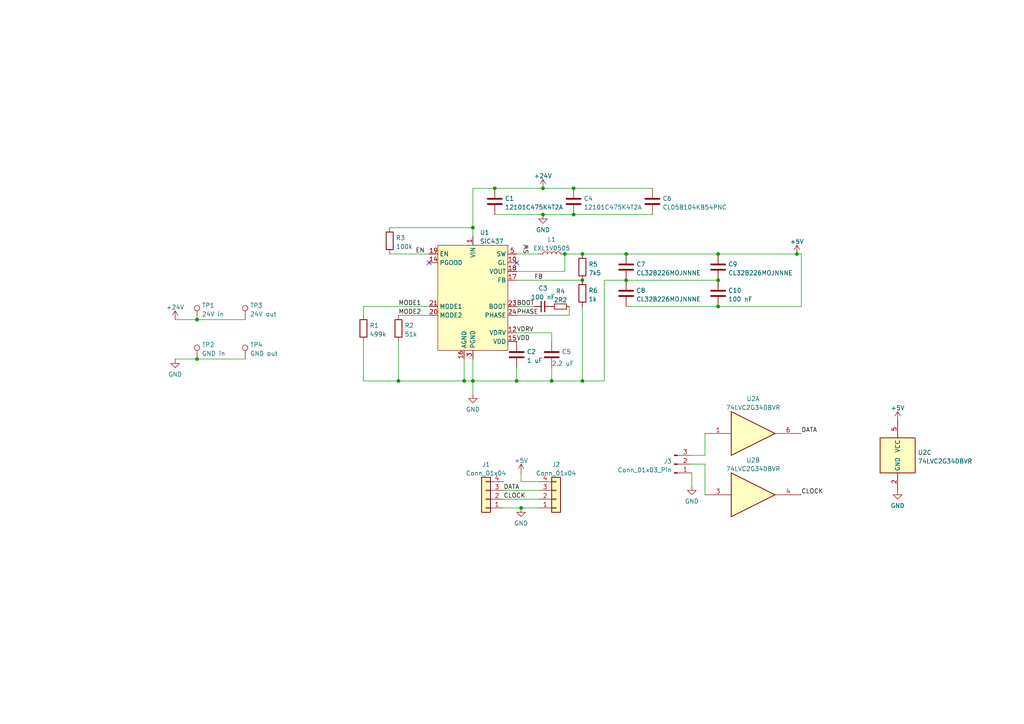
<source format=kicad_sch>
(kicad_sch (version 20211123) (generator eeschema)
  (paper "A4")
  (lib_symbols
    (symbol "74xGxx:74LVC2G34"
      (property "Reference" "U" (at 0 7.62 0))
      (property "Value" "74LVC2G34" (at 2.54 -7.62 0))
      (symbol "74LVC2G34_1_1"
        (polyline (pts (xy -7.62 6.35) (xy -7.62 -6.35) (xy 5.08 0) (xy -7.62 6.35)) (stroke (width 0.254)) (fill (type background)))
        (pin input line (at -15.24 0 0) (length 7.62) (name "~") (number "1"))
        (pin output line (at 12.7 0 180) (length 7.62) (name "~") (number "6"))
      )
      (symbol "74LVC2G34_2_1"
        (polyline (pts (xy -7.62 6.35) (xy -7.62 -6.35) (xy 5.08 0) (xy -7.62 6.35)) (stroke (width 0.254)) (fill (type background)))
        (pin input line (at -15.24 0 0) (length 7.62) (name "~") (number "3"))
        (pin output line (at 12.7 0 180) (length 7.62) (name "~") (number "4"))
      )
      (symbol "74LVC2G34_3_0"
        (rectangle (start -5.08 -5.08) (end 5.08 5.08) (stroke (width 0.254)) (fill (type background)))
      )
      (symbol "74LVC2G34_3_1"
        (pin power_in line (at 0 -10.16 90) (length 5.08) (name "GND") (number "2"))
        (pin power_in line (at 0 10.16 270) (length 5.08) (name "VCC") (number "5"))
      )
    )
    (symbol "Connector:Conn_01x03_Pin" (pin_names (offset 1.016) hide)
      (property "Reference" "J" (at 0 5.08 0))
      (property "Value" "Conn_01x03_Pin" (at 0 -5.08 0))
      (symbol "Conn_01x03_Pin_1_1"
        (polyline (pts (xy 1.27 -2.54) (xy 0.8636 -2.54)) (stroke (width 0.1524)))
        (polyline (pts (xy 1.27 0) (xy 0.8636 0)) (stroke (width 0.1524)))
        (polyline (pts (xy 1.27 2.54) (xy 0.8636 2.54)) (stroke (width 0.1524)))
        (rectangle (start 0.8636 -2.413) (end 0 -2.667) (stroke (width 0.1524)) (fill (type outline)))
        (rectangle (start 0.8636 0.127) (end 0 -0.127) (stroke (width 0.1524)) (fill (type outline)))
        (rectangle (start 0.8636 2.667) (end 0 2.413) (stroke (width 0.1524)) (fill (type outline)))
        (pin passive line (at 5.08 2.54 180) (length 3.81) (name "Pin_1") (number "1"))
        (pin passive line (at 5.08 0 180) (length 3.81) (name "Pin_2") (number "2"))
        (pin passive line (at 5.08 -2.54 180) (length 3.81) (name "Pin_3") (number "3"))
      )
    )
    (symbol "Connector:TestPoint" (pin_numbers hide) (pin_names (offset 0.762) hide)
      (property "Reference" "TP" (at 0 6.858 0))
      (property "Value" "TestPoint" (at 0 5.08 0))
      (symbol "TestPoint_0_1"
        (circle (center 0 3.302) (radius 0.762))
      )
      (symbol "TestPoint_1_1"
        (pin passive line (at 0 0 90) (length 2.54) (name "1") (number "1"))
      )
    )
    (symbol "Connector_Generic:Conn_01x04" (pin_names (offset 1.016) hide)
      (property "Reference" "J" (at 0 5.08 0))
      (property "Value" "Conn_01x04" (at 0 -7.62 0))
      (symbol "Conn_01x04_1_1"
        (rectangle (start -1.27 -4.953) (end 0 -5.207) (stroke (width 0.1524)))
        (rectangle (start -1.27 -2.413) (end 0 -2.667) (stroke (width 0.1524)))
        (rectangle (start -1.27 0.127) (end 0 -0.127) (stroke (width 0.1524)))
        (rectangle (start -1.27 2.667) (end 0 2.413) (stroke (width 0.1524)))
        (rectangle (start -1.27 3.81) (end 1.27 -6.35) (stroke (width 0.254)) (fill (type background)))
        (pin passive line (at -5.08 2.54 0) (length 3.81) (name "Pin_1") (number "1"))
        (pin passive line (at -5.08 0 0) (length 3.81) (name "Pin_2") (number "2"))
        (pin passive line (at -5.08 -2.54 0) (length 3.81) (name "Pin_3") (number "3"))
        (pin passive line (at -5.08 -5.08 0) (length 3.81) (name "Pin_4") (number "4"))
      )
    )
    (symbol "Device:C" (pin_numbers hide) (pin_names (offset 0.254))
      (property "Reference" "C" (at 0.635 2.54 0))
      (property "Value" "C" (at 0.635 -2.54 0))
      (symbol "C_0_1"
        (polyline (pts (xy -2.032 -0.762) (xy 2.032 -0.762)) (stroke (width 0.508)))
        (polyline (pts (xy -2.032 0.762) (xy 2.032 0.762)) (stroke (width 0.508)))
      )
      (symbol "C_1_1"
        (pin passive line (at 0 3.81 270) (length 2.794) (name "~") (number "1"))
        (pin passive line (at 0 -3.81 90) (length 2.794) (name "~") (number "2"))
      )
    )
    (symbol "Device:C_Small" (pin_numbers hide) (pin_names (offset 0.254) hide)
      (property "Reference" "C" (at 0.254 1.778 0))
      (property "Value" "C_Small" (at 0.254 -2.032 0))
      (symbol "C_Small_0_1"
        (polyline (pts (xy -1.524 -0.508) (xy 1.524 -0.508)) (stroke (width 0.3302)))
        (polyline (pts (xy -1.524 0.508) (xy 1.524 0.508)) (stroke (width 0.3048)))
      )
      (symbol "C_Small_1_1"
        (pin passive line (at 0 2.54 270) (length 2.032) (name "~") (number "1"))
        (pin passive line (at 0 -2.54 90) (length 2.032) (name "~") (number "2"))
      )
    )
    (symbol "Device:L" (pin_numbers hide) (pin_names (offset 1.016) hide)
      (property "Reference" "L" (at -1.27 0 90))
      (property "Value" "L" (at 1.905 0 90))
      (symbol "L_0_1"
        (arc (start 0 -2.54) (mid 0.635 -1.905) (end 0 -1.27))
        (arc (start 0 -1.27) (mid 0.635 -0.635) (end 0 0))
        (arc (start 0 0) (mid 0.635 0.635) (end 0 1.27))
        (arc (start 0 1.27) (mid 0.635 1.905) (end 0 2.54))
      )
      (symbol "L_1_1"
        (pin passive line (at 0 3.81 270) (length 1.27) (name "1") (number "1"))
        (pin passive line (at 0 -3.81 90) (length 1.27) (name "2") (number "2"))
      )
    )
    (symbol "Device:R" (pin_numbers hide) (pin_names (offset 0))
      (property "Reference" "R" (at 2.032 0 90))
      (property "Value" "R" (at 0 0 90))
      (symbol "R_0_1"
        (rectangle (start -1.016 -2.54) (end 1.016 2.54) (stroke (width 0.254)))
      )
      (symbol "R_1_1"
        (pin passive line (at 0 3.81 270) (length 1.27) (name "~") (number "1"))
        (pin passive line (at 0 -3.81 90) (length 1.27) (name "~") (number "2"))
      )
    )
    (symbol "Device:R_Small" (pin_numbers hide) (pin_names (offset 0.254) hide)
      (property "Reference" "R" (at 0.762 0.508 0))
      (property "Value" "R_Small" (at 0.762 -1.016 0))
      (symbol "R_Small_0_1"
        (rectangle (start -0.762 1.778) (end 0.762 -1.778) (stroke (width 0.2032)))
      )
      (symbol "R_Small_1_1"
        (pin passive line (at 0 2.54 270) (length 0.762) (name "~") (number "1"))
        (pin passive line (at 0 -2.54 90) (length 0.762) (name "~") (number "2"))
      )
    )
    (symbol "_mine:SiC437"
      (property "Reference" "U" (at 0 2.54 0))
      (property "Value" "SiC437" (at 0 0 0))
      (symbol "SiC437_0_1"
        (rectangle (start -10.16 15.24) (end 10.16 -15.24) (stroke (width 0.1524)) (fill (type background)))
      )
      (symbol "SiC437_1_1"
        (pin power_in line (at 0 17.78 270) (length 2.54) (name "VIN") (number "1"))
        (pin output line (at 12.7 10.16 180) (length 2.54) (name "GL") (number "10"))
        (pin output line (at 12.7 10.16 180) (length 2.54) hide (name "GL") (number "11"))
        (pin output line (at 12.7 -10.16 180) (length 2.54) (name "VDRV") (number "12"))
        (pin passive line (at 0 -17.78 90) (length 2.54) hide (name "PGND") (number "13"))
        (pin open_collector line (at -12.7 10.16 0) (length 2.54) (name "PGOOD") (number "14"))
        (pin output line (at 12.7 -12.7 180) (length 2.54) (name "VDD") (number "15"))
        (pin power_in line (at -2.54 -17.78 90) (length 2.54) (name "AGND") (number "16"))
        (pin input line (at 12.7 5.08 180) (length 2.54) (name "FB") (number "17"))
        (pin input line (at 12.7 7.62 180) (length 2.54) (name "VOUT") (number "18"))
        (pin input line (at -12.7 12.7 0) (length 2.54) (name "EN") (number "19"))
        (pin input line (at -12.7 -5.08 0) (length 2.54) (name "MODE2") (number "20"))
        (pin input line (at -12.7 -2.54 0) (length 2.54) (name "MODE1") (number "21"))
        (pin passive line (at 0 17.78 270) (length 2.54) hide (name "VIN") (number "22"))
        (pin output line (at 12.7 -2.54 180) (length 2.54) (name "BOOT") (number "23"))
        (pin input line (at 12.7 -5.08 180) (length 2.54) (name "PHASE") (number "24"))
        (pin passive line (at -2.54 -17.78 90) (length 2.54) hide (name "AGND") (number "25"))
        (pin output line (at 12.7 10.16 180) (length 2.54) hide (name "GL") (number "28"))
        (pin power_in line (at 0 -17.78 90) (length 2.54) (name "PGND") (number "3"))
        (pin output line (at 12.7 12.7 180) (length 2.54) (name "SW") (number "5"))
      )
    )
    (symbol "power:+24V" (power) (pin_names (offset 0))
      (property "Value" "+24V" (at 0 3.556 0))
      (symbol "+24V_0_1"
        (polyline (pts (xy -0.762 1.27) (xy 0 2.54)))
        (polyline (pts (xy 0 0) (xy 0 2.54)))
        (polyline (pts (xy 0 2.54) (xy 0.762 1.27)))
      )
      (symbol "+24V_1_1"
        (pin power_in line (at 0 0 90) (length 0) hide (name "+24V") (number "1"))
      )
    )
    (symbol "power:+5V" (power) (pin_names (offset 0))
      (property "Value" "+5V" (at 0 3.556 0))
      (symbol "+5V_0_1"
        (polyline (pts (xy -0.762 1.27) (xy 0 2.54)))
        (polyline (pts (xy 0 0) (xy 0 2.54)))
        (polyline (pts (xy 0 2.54) (xy 0.762 1.27)))
      )
      (symbol "+5V_1_1"
        (pin power_in line (at 0 0 90) (length 0) hide (name "+5V") (number "1"))
      )
    )
    (symbol "power:GND" (power) (pin_names (offset 0))
      (property "Value" "GND" (at 0 -3.81 0))
      (symbol "GND_0_1"
        (polyline (pts (xy 0 0) (xy 0 -1.27) (xy 1.27 -1.27) (xy 0 -2.54) (xy -1.27 -1.27) (xy 0 -1.27)))
      )
      (symbol "GND_1_1"
        (pin power_in line (at 0 0 270) (length 0) hide (name "GND") (number "1"))
      )
    )
  )
  (junction (at 181.61 73.66))
  (junction (at 168.91 73.66))
  (junction (at 143.51 54.61))
  (junction (at 231.14 73.66))
  (junction (at 208.28 81.28))
  (junction (at 208.28 88.9))
  (junction (at 157.48 54.61))
  (junction (at 57.15 92.71))
  (junction (at 163.83 73.66))
  (junction (at 166.37 54.61))
  (junction (at 168.91 110.49))
  (junction (at 137.16 110.49))
  (junction (at 208.28 73.66))
  (junction (at 181.61 81.28))
  (junction (at 137.16 66.04))
  (junction (at 149.86 110.49))
  (junction (at 57.15 104.14))
  (junction (at 157.48 62.23))
  (junction (at 166.37 62.23))
  (junction (at 115.57 110.49))
  (junction (at 134.62 110.49))
  (junction (at 151.13 147.32))
  (junction (at 168.91 81.28))
  (junction (at 160.02 110.49))
  (no_connect (at 149.86 76.2))
  (no_connect (at 124.46 76.2))
  (wire (pts (xy 166.37 54.61) (xy 157.48 54.61)))
  (wire (pts (xy 105.41 88.9) (xy 105.41 91.44)))
  (wire (pts (xy 200.66 137.16) (xy 200.66 140.97)))
  (wire (pts (xy 151.13 147.32) (xy 156.21 147.32)))
  (wire (pts (xy 137.16 66.04) (xy 113.03 66.04)))
  (wire (pts (xy 146.05 142.24) (xy 156.21 142.24)))
  (wire (pts (xy 105.41 99.06) (xy 105.41 110.49)))
  (wire (pts (xy 160.02 110.49) (xy 168.91 110.49)))
  (wire (pts (xy 168.91 88.9) (xy 168.91 110.49)))
  (wire (pts (xy 149.86 78.74) (xy 163.83 78.74)))
  (wire (pts (xy 204.47 132.08) (xy 200.66 132.08)))
  (wire (pts (xy 181.61 81.28) (xy 175.26 81.28)))
  (wire (pts (xy 137.16 110.49) (xy 137.16 104.14)))
  (wire (pts (xy 175.26 81.28) (xy 175.26 110.49)))
  (wire (pts (xy 204.47 125.73) (xy 204.47 132.08)))
  (wire (pts (xy 137.16 54.61) (xy 143.51 54.61)))
  (wire (pts (xy 105.41 110.49) (xy 115.57 110.49)))
  (wire (pts (xy 149.86 91.44) (xy 165.1 91.44)))
  (wire (pts (xy 163.83 73.66) (xy 168.91 73.66)))
  (wire (pts (xy 134.62 110.49) (xy 137.16 110.49)))
  (wire (pts (xy 137.16 114.3) (xy 137.16 110.49)))
  (wire (pts (xy 181.61 88.9) (xy 208.28 88.9)))
  (wire (pts (xy 57.15 104.14) (xy 71.12 104.14)))
  (wire (pts (xy 143.51 54.61) (xy 157.48 54.61)))
  (wire (pts (xy 146.05 144.78) (xy 156.21 144.78)))
  (wire (pts (xy 115.57 99.06) (xy 115.57 110.49)))
  (wire (pts (xy 160.02 110.49) (xy 160.02 106.68)))
  (wire (pts (xy 124.46 88.9) (xy 105.41 88.9)))
  (wire (pts (xy 175.26 110.49) (xy 168.91 110.49)))
  (wire (pts (xy 149.86 110.49) (xy 160.02 110.49)))
  (wire (pts (xy 160.02 96.52) (xy 160.02 99.06)))
  (wire (pts (xy 181.61 81.28) (xy 208.28 81.28)))
  (wire (pts (xy 149.86 96.52) (xy 160.02 96.52)))
  (wire (pts (xy 151.13 137.16) (xy 151.13 139.7)))
  (wire (pts (xy 208.28 88.9) (xy 232.41 88.9)))
  (wire (pts (xy 149.86 73.66) (xy 156.21 73.66)))
  (wire (pts (xy 143.51 62.23) (xy 157.48 62.23)))
  (wire (pts (xy 151.13 139.7) (xy 156.21 139.7)))
  (wire (pts (xy 137.16 110.49) (xy 149.86 110.49)))
  (wire (pts (xy 137.16 68.58) (xy 137.16 66.04)))
  (wire (pts (xy 151.13 147.32) (xy 146.05 147.32)))
  (wire (pts (xy 168.91 73.66) (xy 181.61 73.66)))
  (wire (pts (xy 165.1 91.44) (xy 165.1 88.9)))
  (wire (pts (xy 50.8 104.14) (xy 57.15 104.14)))
  (wire (pts (xy 166.37 62.23) (xy 189.23 62.23)))
  (wire (pts (xy 181.61 73.66) (xy 208.28 73.66)))
  (wire (pts (xy 163.83 78.74) (xy 163.83 73.66)))
  (wire (pts (xy 166.37 54.61) (xy 189.23 54.61)))
  (wire (pts (xy 232.41 73.66) (xy 232.41 88.9)))
  (wire (pts (xy 115.57 91.44) (xy 124.46 91.44)))
  (wire (pts (xy 134.62 110.49) (xy 134.62 104.14)))
  (wire (pts (xy 149.86 110.49) (xy 149.86 106.68)))
  (wire (pts (xy 208.28 73.66) (xy 231.14 73.66)))
  (wire (pts (xy 57.15 92.71) (xy 71.12 92.71)))
  (wire (pts (xy 137.16 54.61) (xy 137.16 66.04)))
  (wire (pts (xy 149.86 88.9) (xy 154.94 88.9)))
  (wire (pts (xy 204.47 134.62) (xy 200.66 134.62)))
  (wire (pts (xy 166.37 62.23) (xy 157.48 62.23)))
  (wire (pts (xy 149.86 81.28) (xy 168.91 81.28)))
  (wire (pts (xy 113.03 73.66) (xy 124.46 73.66)))
  (wire (pts (xy 115.57 110.49) (xy 134.62 110.49)))
  (wire (pts (xy 50.8 92.71) (xy 57.15 92.71)))
  (wire (pts (xy 204.47 134.62) (xy 204.47 143.51)))
  (wire (pts (xy 232.41 73.66) (xy 231.14 73.66)))
  (label "DATA" (at 232.41 125.73 0))
  (label "FB" (at 154.94 81.28 0))
  (label "CLOCK" (at 146.05 144.78 0))
  (label "PHASE" (at 149.86 91.44 0))
  (label "DATA" (at 146.05 142.24 0))
  (label "CLOCK" (at 232.41 143.51 0))
  (label "SW" (at 153.67 73.66 90))
  (label "VDD" (at 149.86 99.06 0))
  (label "BOOT" (at 149.86 88.9 0))
  (label "MODE1" (at 115.57 88.9 0))
  (label "VDRV" (at 149.86 96.52 0))
  (label "EN" (at 123.19 73.66 180))
  (label "MODE2" (at 115.57 91.44 0))
  (symbol (lib_id "74xGxx:74LVC2G34") (at 260.35 132.08 0) (unit 3)
    (property "Reference" "U2" (at 266.192 131.2453 0) (effects (justify left)))
    (property "Value" "74LVC2G34DBVR" (at 266.192 133.7822 0) (effects (justify left)))
    (property "Footprint" "Package_TO_SOT_SMD:SOT-23-6" (effects hide))
    (property "Datasheet" "http://www.ti.com/lit/sg/scyt129e/scyt129e.pdf" (effects hide))
  )
  (symbol (lib_id "power:+24V") (at 50.8 92.71 0) (unit 1)
    (property "Reference" "#PWR0104" (effects hide))
    (property "Value" "+24V" (at 50.8 89.1342 0))
  )
  (symbol (lib_id "Device:C") (at 160.02 102.87 0) (unit 1)
    (property "Reference" "C5" (at 162.941 102.0353 0) (effects (justify left)))
    (property "Value" "2.2 uF" (at 160.02 105.41 0) (effects (justify left)))
    (property "Footprint" "Capacitor_SMD:C_0603_1608Metric" (effects hide))
  )
  (symbol (lib_id "Device:C") (at 143.51 58.42 0) (unit 1)
    (property "Reference" "C1" (at 146.431 57.5853 0) (effects (justify left)))
    (property "Value" "12101C475K4T2A" (at 146.431 60.1222 0) (effects (justify left)))
    (property "Footprint" "Capacitor_SMD:C_1210_3225Metric" (effects hide))
  )
  (symbol (lib_id "74xGxx:74LVC2G34") (at 219.71 125.73 0) (unit 1)
    (property "Reference" "U2" (at 218.44 115.6802 0))
    (property "Value" "74LVC2G34DBVR" (at 218.44 118.2171 0))
    (property "Footprint" "Package_TO_SOT_SMD:SOT-23-6" (effects hide))
    (property "Datasheet" "http://www.ti.com/lit/sg/scyt129e/scyt129e.pdf" (effects hide))
  )
  (symbol (lib_id "power:GND") (at 151.13 147.32 0) (unit 1)
    (property "Reference" "#PWR0107" (effects hide))
    (property "Value" "GND" (at 151.13 151.7634 0))
  )
  (symbol (lib_id "power:GND") (at 260.35 142.24 0) (unit 1)
    (property "Reference" "#PWR0109" (effects hide))
    (property "Value" "GND" (at 260.35 146.6834 0))
  )
  (symbol (lib_id "power:+24V") (at 157.48 54.61 0) (unit 1)
    (property "Reference" "#PWR0102" (effects hide))
    (property "Value" "+24V" (at 157.48 51.0342 0))
  )
  (symbol (lib_id "Device:C") (at 208.28 85.09 0) (unit 1)
    (property "Reference" "C10" (at 211.201 84.2553 0) (effects (justify left)))
    (property "Value" "100 nF" (at 211.201 86.7922 0) (effects (justify left)))
    (property "Footprint" "Capacitor_SMD:C_0402_1005Metric" (effects hide))
  )
  (symbol (lib_id "power:GND") (at 50.8 104.14 0) (unit 1)
    (property "Reference" "#PWR0105" (effects hide))
    (property "Value" "GND" (at 50.8 108.5834 0))
    (property "Footprint" "apo:Vishay_PowerPAK_MLP44-24L" (effects hide))
  )
  (symbol (lib_id "Device:R") (at 105.41 95.25 0) (unit 1)
    (property "Reference" "R1" (at 107.188 94.4153 0) (effects (justify left)))
    (property "Value" "499k" (at 107.188 96.9522 0) (effects (justify left)))
    (property "Footprint" "Resistor_SMD:R_0402_1005Metric" (effects hide))
  )
  (symbol (lib_id "power:+5V") (at 151.13 137.16 0) (unit 1)
    (property "Reference" "#PWR?" (effects hide))
    (property "Value" "+5V" (at 151.13 133.5842 0))
  )
  (symbol (lib_id "Connector:TestPoint") (at 71.12 104.14 0) (unit 1)
    (property "Reference" "TP4" (at 72.517 100.0033 0) (effects (justify left)))
    (property "Value" "GND out" (at 72.517 102.5402 0) (effects (justify left)))
    (property "Footprint" "TestPoint:TestPoint_Pad_2.0x2.0mm" (effects hide))
  )
  (symbol (lib_id "power:+5V") (at 260.35 121.92 0) (unit 1)
    (property "Reference" "#PWR0110" (effects hide))
    (property "Value" "+5V" (at 260.35 118.3442 0))
  )
  (symbol (lib_id "Device:R") (at 115.57 95.25 0) (unit 1)
    (property "Reference" "R2" (at 117.348 94.4153 0) (effects (justify left)))
    (property "Value" "51k" (at 117.348 96.9522 0) (effects (justify left)))
    (property "Footprint" "Resistor_SMD:R_0402_1005Metric" (effects hide))
  )
  (symbol (lib_id "Device:C") (at 181.61 85.09 0) (unit 1)
    (property "Reference" "C8" (at 184.531 84.2553 0) (effects (justify left)))
    (property "Value" "CL32B226MOJNNNE" (at 184.531 86.7922 0) (effects (justify left)))
    (property "Footprint" "Capacitor_SMD:C_1210_3225Metric" (effects hide))
  )
  (symbol (lib_id "Device:R_Small") (at 162.56 88.9 270) (unit 1)
    (property "Reference" "R4" (at 162.56 84.4636 90))
    (property "Value" "2R2" (at 162.56 87.0005 90))
    (property "Footprint" "Resistor_SMD:R_0402_1005Metric" (effects hide))
  )
  (symbol (lib_id "Connector:TestPoint") (at 57.15 104.14 0) (unit 1)
    (property "Reference" "TP2" (at 58.547 100.0033 0) (effects (justify left)))
    (property "Value" "GND in" (at 58.547 102.5402 0) (effects (justify left)))
    (property "Footprint" "TestPoint:TestPoint_Pad_2.0x2.0mm" (effects hide))
  )
  (symbol (lib_id "_mine:SiC437") (at 137.16 86.36 0) (unit 1)
    (property "Reference" "U1" (at 139.1794 67.471 0) (effects (justify left)))
    (property "Value" "SiC437" (at 139.1794 70.0079 0) (effects (justify left)))
    (property "Footprint" "apo:Vishay_PowerPAK_MLP44-24L" (effects hide))
  )
  (symbol (lib_id "power:GND") (at 157.48 62.23 0) (unit 1)
    (property "Reference" "#PWR0101" (effects hide))
    (property "Value" "GND" (at 157.48 66.6734 0))
  )
  (symbol (lib_id "Device:R") (at 113.03 69.85 0) (unit 1)
    (property "Reference" "R3" (at 114.808 69.0153 0) (effects (justify left)))
    (property "Value" "100k" (at 114.808 71.5522 0) (effects (justify left)))
    (property "Footprint" "Resistor_SMD:R_0402_1005Metric" (effects hide))
  )
  (symbol (lib_id "Device:C") (at 181.61 77.47 0) (unit 1)
    (property "Reference" "C7" (at 184.531 76.6353 0) (effects (justify left)))
    (property "Value" "CL32B226MOJNNNE" (at 184.531 79.1722 0) (effects (justify left)))
    (property "Footprint" "Capacitor_SMD:C_1210_3225Metric" (effects hide))
  )
  (symbol (lib_id "power:GND") (at 137.16 114.3 0) (unit 1)
    (property "Reference" "#PWR0103" (effects hide))
    (property "Value" "GND" (at 137.16 118.7434 0))
  )
  (symbol (lib_id "Connector:TestPoint") (at 57.15 92.71 0) (unit 1)
    (property "Reference" "TP1" (at 58.547 88.5733 0) (effects (justify left)))
    (property "Value" "24V in" (at 58.547 91.1102 0) (effects (justify left)))
    (property "Footprint" "TestPoint:TestPoint_Pad_2.0x2.0mm" (effects hide))
  )
  (symbol (lib_id "Device:R") (at 168.91 77.47 0) (unit 1)
    (property "Reference" "R5" (at 170.688 76.6353 0) (effects (justify left)))
    (property "Value" "7k5" (at 170.688 79.1722 0) (effects (justify left)))
    (property "Footprint" "Resistor_SMD:R_0402_1005Metric" (effects hide))
  )
  (symbol (lib_id "Device:C") (at 208.28 77.47 0) (unit 1)
    (property "Reference" "C9" (at 211.201 76.6353 0) (effects (justify left)))
    (property "Value" "CL32B226MOJNNNE" (at 211.201 79.1722 0) (effects (justify left)))
    (property "Footprint" "Capacitor_SMD:C_1210_3225Metric" (effects hide))
  )
  (symbol (lib_id "Connector_Generic:Conn_01x04") (at 140.97 144.78 180) (unit 1)
    (property "Reference" "J1" (at 140.97 134.7302 0))
    (property "Value" "Conn_01x04" (at 140.97 137.2671 0))
    (property "Footprint" "apo:APA102_CONN" (effects hide))
  )
  (symbol (lib_id "Device:L") (at 160.02 73.66 90) (unit 1)
    (property "Reference" "L1" (at 160.02 69.4522 90))
    (property "Value" "EXL1V0505" (at 160.02 71.9891 90))
    (property "Footprint" "apo:EXL1V0505" (effects hide))
  )
  (symbol (lib_id "Device:C") (at 149.86 102.87 0) (unit 1)
    (property "Reference" "C2" (at 152.781 102.0353 0) (effects (justify left)))
    (property "Value" "1 uF" (at 152.781 104.5722 0) (effects (justify left)))
    (property "Footprint" "Capacitor_SMD:C_0402_1005Metric" (effects hide))
  )
  (symbol (lib_id "Device:C") (at 166.37 58.42 0) (unit 1)
    (property "Reference" "C4" (at 169.291 57.5853 0) (effects (justify left)))
    (property "Value" "12101C475K4T2A" (at 169.291 60.1222 0) (effects (justify left)))
    (property "Footprint" "Capacitor_SMD:C_1210_3225Metric" (effects hide))
  )
  (symbol (lib_id "Connector_Generic:Conn_01x04") (at 161.29 144.78 0) (mirror x) (unit 1)
    (property "Reference" "J2" (at 161.29 134.7302 0))
    (property "Value" "Conn_01x04" (at 161.29 137.2671 0))
    (property "Footprint" "apo:APA102_CONN" (effects hide))
  )
  (symbol (lib_id "74xGxx:74LVC2G34") (at 219.71 143.51 0) (unit 2)
    (property "Reference" "U2" (at 218.44 133.4602 0))
    (property "Value" "74LVC2G34DBVR" (at 218.44 135.9971 0))
    (property "Footprint" "Package_TO_SOT_SMD:SOT-23-6" (effects hide))
    (property "Datasheet" "http://www.ti.com/lit/sg/scyt129e/scyt129e.pdf" (effects hide))
  )
  (symbol (lib_id "Connector:TestPoint") (at 71.12 92.71 0) (unit 1)
    (property "Reference" "TP3" (at 72.517 88.5733 0) (effects (justify left)))
    (property "Value" "24V out" (at 72.517 91.1102 0) (effects (justify left)))
    (property "Footprint" "TestPoint:TestPoint_Pad_2.0x2.0mm" (effects hide))
  )
  (symbol (lib_id "power:+5V") (at 231.14 73.66 0) (unit 1)
    (property "Reference" "#PWR0108" (effects hide))
    (property "Value" "+5V" (at 231.14 70.0842 0))
  )
  (symbol (lib_id "Connector:Conn_01x03_Pin") (at 195.58 134.62 0) (mirror x) (unit 1)
    (property "Reference" "J3" (at 194.8688 133.7853 0) (effects (justify right)))
    (property "Value" "Conn_01x03_Pin" (at 194.8688 136.3222 0) (effects (justify right)))
    (property "Footprint" "Connector_PinHeader_1.27mm:PinHeader_1x03_P1.27mm_Vertical" (effects hide))
  )
  (symbol (lib_id "power:GND") (at 200.66 140.97 0) (unit 1)
    (property "Reference" "#PWR0111" (effects hide))
    (property "Value" "GND" (at 200.66 145.4134 0))
  )
  (symbol (lib_id "Device:C") (at 189.23 58.42 0) (unit 1)
    (property "Reference" "C6" (at 192.151 57.5853 0) (effects (justify left)))
    (property "Value" "CL05B104KB54PNC" (at 192.151 60.1222 0) (effects (justify left)))
    (property "Footprint" "Capacitor_SMD:C_0402_1005Metric" (effects hide))
  )
  (symbol (lib_id "Device:R") (at 168.91 85.09 0) (unit 1)
    (property "Reference" "R6" (at 170.688 84.2553 0) (effects (justify left)))
    (property "Value" "1k" (at 170.688 86.7922 0) (effects (justify left)))
    (property "Footprint" "Resistor_SMD:R_0402_1005Metric" (effects hide))
  )
  (symbol (lib_id "Device:C_Small") (at 157.48 88.9 90) (unit 1)
    (property "Reference" "C3" (at 157.4863 83.6381 90))
    (property "Value" "100 nF" (at 157.4863 86.175 90))
    (property "Footprint" "Capacitor_SMD:C_0402_1005Metric" (effects hide))
  )
)
</source>
